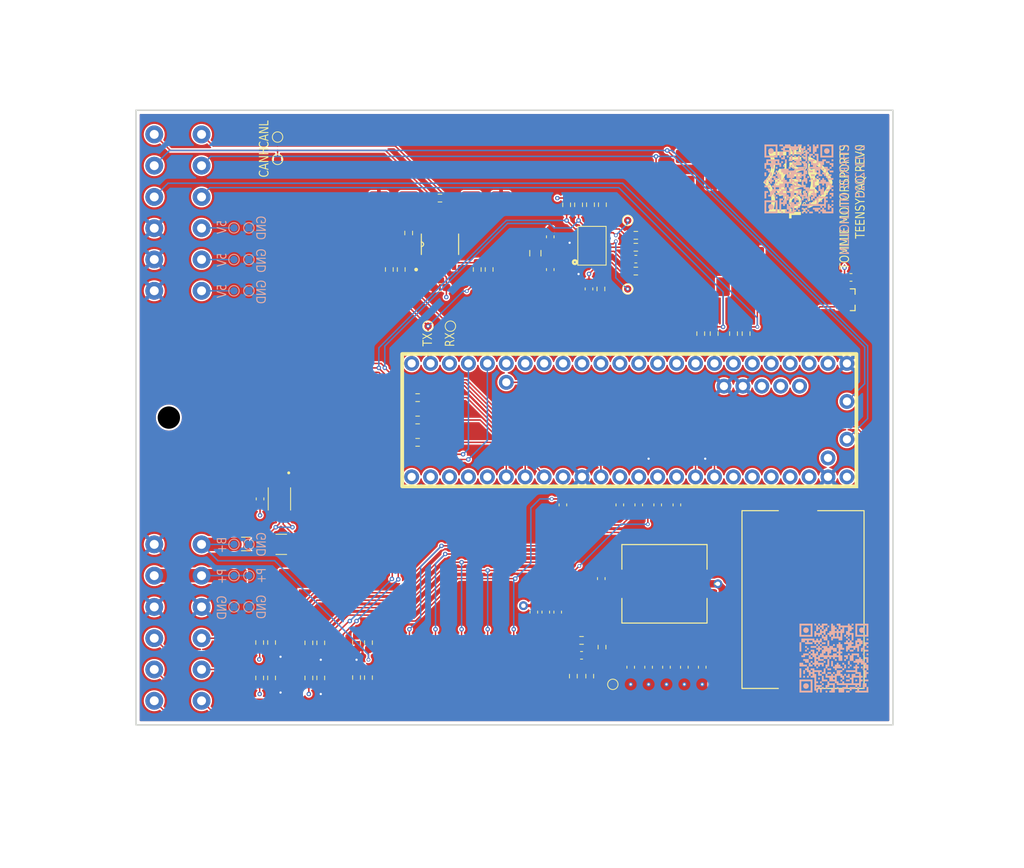
<source format=kicad_pcb>
(kicad_pcb (version 20240108) (generator "pcbnew") (generator_version "8.0")
  (title_block (title "TeensyDAQ") (date "2025-02-11") (rev "0") (company "Tommie Motorsports"))
  (layers (0 "F.Cu" signal) (1 "In1.Cu" signal) (2 "In2.Cu" signal) (31 "B.Cu" mixed) (34 "B.Paste" user) (35 "F.Paste" user) (36 "B.SilkS" user "B.Silkscreen") (37 "F.SilkS" user "F.Silkscreen") (38 "B.Mask" user) (39 "F.Mask" user) (44 "Edge.Cuts" user))
  (net 0 "")
  (net 1 "RTC_BAT+")
  (net 2 "+3V3")
  (net 3 "+5V")
  (net 4 "/Enclosure Connectors/Power_OUT+")
  (net 5 "/Analog/Engine_Thermistor+")
  (net 6 "/Analog/Hall_Signal2")
  (net 7 "/Analog/CVT_Thermistor+")
  (net 8 "/Analog/VDIV1_u")
  (net 9 "/Analog/Thermistor3_u")
  (net 10 "Net-(U102-CAP)")
  (net 11 "/Analog/Hall_Signal1")
  (net 12 "XIN32")
  (net 13 "XOUT32")
  (net 14 "CUR_S_-")
  (net 15 "/Enclosure Connectors/P1")
  (net 16 "/Enclosure Connectors/USB_D+")
  (net 17 "/CAN/CANH")
  (net 18 "/Enclosure Connectors/P2")
  (net 19 "/CAN/CANL")
  (net 20 "ERROR_LED")
  (net 21 "/Analog/VMeas_BATu")
  (net 22 "/Analog/Hall_Signal2_u")
  (net 23 "CUR_S_+")
  (net 24 "Net-(Q100-Pad28)")
  (net 25 "/Enclosure Connectors/USB_D-")
  (net 26 "/Analog/Hall_Signal1_u")
  (net 27 "/CAN/CAN_RXu")
  (net 28 "uLED")
  (net 29 "/CAN/CAN_TXu")
  (net 30 "SD_LED")
  (net 31 "Net-(U100-BOOT)")
  (net 32 "Net-(U100-SW)")
  (net 33 "Net-(C104-Pad2)")
  (net 34 "Net-(U100-FB)")
  (net 35 "Net-(D100-A)")
  (net 36 "Net-(D101-A)")
  (net 37 "Net-(D102-A)")
  (net 38 "/Analog/VDIV1+")
  (net 39 "Net-(Q100-Pad29)")
  (net 40 "/Gyro/I2C_SDA")
  (net 41 "/Gyro/I2C_SCL")
  (net 42 "/Power Biasing/INA226A_ALERT")
  (net 43 "Net-(U102-PIN10)")
  (net 44 "Net-(U102-PIN15)")
  (net 45 "Net-(U102-PIN16)")
  (net 46 "Net-(U102-COM3)")
  (net 47 "Net-(U102-PS0)")
  (net 48 "Net-(U102-PS1)")
  (net 49 "Net-(U100-PG)")
  (net 50 "Net-(U103-D)")
  (net 51 "Net-(U103-R)")
  (net 52 "Net-(U103-RS)")
  (net 56 "GND")
  (net 57 "Net-(U102-NRESET)")
  (net 58 "Net-(U102-INT)")
  (net 86 "/Analog/Magnet_u")
  (net 88 "/Analog/Battery_IN+")
  (footprint "Capacitor_SMD:C_0603_1608Metric_Pad1.08x0.95mm_HandSolder" (layer "F.Cu") (at 153.4 117.4 90)
    (property "Reference" "C102" (hide yes))
    (property "Value" "100n")
  )
  (footprint "Resistor_SMD:R_0603_1608Metric_Pad0.98x0.95mm_HandSolder" (layer "F.Cu") (at 131.2 121.5 -90)
    (property "Reference" "R117" (hide yes))
    (property "Value" "10k")
  )
  (footprint "Capacitor_SMD:C_0603_1608Metric_Pad1.08x0.95mm_HandSolder" (layer "F.Cu") (at 167.48 103 -90)
    (property "Reference" "C111" (hide yes))
    (property "Value" "0.1u")
  )
  (footprint "Resistor_SMD:R_0603_1608Metric_Pad0.98x0.95mm_HandSolder" (layer "F.Cu") (at 136.6 66.4875 -90)
    (property "Reference" "R111" (hide yes))
    (property "Value" "0")
  )
  (footprint "Resistor_SMD:R_0603_1608Metric_Pad0.98x0.95mm_HandSolder" (layer "F.Cu") (at 118.2 126.2375 90)
    (property "Reference" "R122" (hide yes))
    (property "Value" "DNP")
  )
  (footprint "Resistor_SMD:R_0603_1608Metric_Pad0.98x0.95mm_HandSolder" (layer "F.Cu") (at 129.6 126.1875 90)
    (property "Reference" "R141" (hide yes))
    (property "Value" "0")
  )
  (footprint "Resistor_SMD:R_0603_1608Metric_Pad0.98x0.95mm_HandSolder" (layer "F.Cu") (at 129.6 121.5 90)
    (property "Reference" "R118" (hide yes))
    (property "Value" "3k")
  )
  (footprint "Resistor_SMD:R_0603_1608Metric_Pad0.98x0.95mm_HandSolder" (layer "F.Cu") (at 145.8 71.3875 -90)
    (property "Reference" "R110" (hide yes))
    (property "Value" "0")
  )
  (footprint "ATM13-12PA-12PB-BM01:ATM13-12PA-12PB-BM01" (layer "F.Cu") (at 100 50)
    (property "Reference" "J100" (hide yes))
    (property "Value" "~")
  )
  (footprint "IHLP4040DZER3R3M01:IND_IHLP-4040DZ_VIS" (layer "F.Cu") (at 170.9301 113.6 180)
    (property "Reference" "L100" (hide yes))
    (property "Value" "3.3u")
  )
  (footprint "Resistor_SMD:R_0603_1608Metric_Pad0.98x0.95mm_HandSolder" (layer "F.Cu") (at 137.8 91.6 180)
    (property "Reference" "R100" (hide yes))
    (property "Value" "10")
  )
  (footprint "Diode_SMD:D_SMA" (layer "F.Cu") (at 147 61.8)
    (property "Reference" "D106" (hide yes))
    (property "Value" "SMAJ5.0A")
  )
  (footprint "Resistor_SMD:R_0603_1608Metric_Pad0.98x0.95mm_HandSolder" (layer "F.Cu") (at 160.9 126 -90)
    (property "Reference" "R104" (hide yes))
    (property "Value" "20k")
  )
  (footprint "Resistor_SMD:R_0603_1608Metric_Pad0.98x0.95mm_HandSolder" (layer "F.Cu") (at 124.8 121.525 90)
    (property "Reference" "R124" (hide yes))
    (property "Value" "DNP")
  )
  (footprint "Diode_SMD:D_SMA" (layer "F.Cu") (at 140.2 123.8 -90)
    (property "Reference" "D110" (hide yes))
    (property "Value" "SMAJ5.0A")
  )
  (footprint "Capacitor_SMD:C_0603_1608Metric_Pad1.08x0.95mm_HandSolder" (layer "F.Cu") (at 116.65 102.2 90)
    (property "Reference" "C120" (hide yes))
    (property "Value" "0.1u")
  )
  (footprint "Diode_SMD:D_SMA" (layer "F.Cu") (at 175.7 59.7)
    (property "Reference" "D105" (hide yes))
    (property "Value" "SMAJ5.0A")
  )
  (footprint "Resistor_SMD:R_0603_1608Metric_Pad0.98x0.95mm_HandSolder" (layer "F.Cu") (at 159.8 121.2 180)
    (property "Reference" "R106" (hide yes))
    (property "Value" "10k")
  )
  (footprint "TestPoint:TestPoint_Pad_D1.0mm" (layer "F.Cu") (at 119 56.6)
    (property "Reference" "CANH")
    (property "Value" "TestPoint")
  )
  (footprint "Diode_SMD:D_SMA" (layer "F.Cu") (at 134.6 61.8 180)
    (property "Reference" "D107" (hide yes))
    (property "Value" "SMAJ5.0A")
  )
  (footprint "ABS07_32_768KHZ_T:XTAL_ABS07-32.768KHZ-T" (layer "F.Cu") (at 153.6 69.2 90)
    (property "Reference" "Y100" (hide yes))
    (property "Value" "ABS07-32.768KHZ-T")
  )
  (footprint "Resistor_SMD:R_0603_1608Metric_Pad0.98x0.95mm_HandSolder" (layer "F.Cu") (at 162.5498 122.1 -90)
    (property "Reference" "R103" (hide yes))
    (property "Value" "100k")
  )
  (footprint "Resistor_SMD:R_0603_1608Metric_Pad0.98x0.95mm_HandSolder" (layer "F.Cu") (at 134 71.3875 -90)
    (property "Reference" "R109" (hide yes))
    (property "Value" "0")
  )
  (footprint "Capacitor_SMD:C_0603_1608Metric_Pad1.08x0.95mm_HandSolder" (layer "F.Cu") (at 160.8 74 90)
    (property "Reference" "C116" (hide yes))
    (property "Value" "100n")
  )
  (footprint "Logos:TMS_Logo_10mmx9.8mm" (layer "F.Cu") (at 188.75 59.6 90)
    (property "Reference" "G***" (hide yes))
    (property "Value" "LOGO" (hide yes))
  )
  (footprint "Resistor_SMD:R_0603_1608Metric_Pad0.98x0.95mm_HandSolder" (layer "F.Cu") (at 157.8 62.7 90)
    (property "Reference" "R128" (hide yes))
    (property "Value" "10k")
  )
  (footprint "Resistor_SMD:R_0603_1608Metric_Pad0.98x0.95mm_HandSolder" (layer "F.Cu") (at 137.8 88.6 180)
    (property "Reference" "R101" (hide yes))
    (property "Value" "10")
  )
  (footprint "Resistor_SMD:R_0603_1608Metric_Pad0.98x0.95mm_HandSolder" (layer "F.Cu") (at 158.7 126 -90)
    (property "Reference" "R105" (hide yes))
    (property "Value" "73.2k")
  )
  (footprint "TestPoint:TestPoint_Pad_D1.0mm" (layer "F.Cu") (at 119 53.6)
    (property "Reference" "CANL")
    (property "Value" "TestPoint")
  )
  (footprint "Resistor_SMD:R_0603_1608Metric_Pad0.98x0.95mm_HandSolder" (layer "F.Cu") (at 131.2 126.2 90)
    (property "Reference" "R140" (hide yes))
    (property "Value" "0")
  )
  (footprint "Diode_SMD:D_SMA" (layer "F.Cu") (at 147.2 123.8 -90)
    (property "Reference" "D111" (hide yes))
    (property "Value" "SMAJ5.0A")
  )
  (footprint "Resistor_SMD:R_0603_1608Metric_Pad0.98x0.95mm_HandSolder" (layer "F.Cu") (at 135.6 71.3875 -90)
    (property "Reference" "R107" (hide yes))
    (property "Value" "0")
  )
  (footprint "Capacitor_SMD:C_0603_1608Metric_Pad1.08x0.95mm_HandSolder" (layer "F.Cu") (at 166.4 124.8 -90)
    (property "Reference" "C109" (hide yes))
    (property "Value" "10u")
  )
  (footprint "Capacitor_SMD:C_0603_1608Metric_Pad1.08x0.95mm_HandSolder" (layer "F.Cu") (at 172.6 103 -90)
    (property "Reference" "C112" (hide yes))
    (property "Value" "0.1u")
  )
  (footprint "3034:3034_KEY" (layer "F.Cu") (at 189.5269 115.7145 -90)
    (property "Reference" "B100" (hide yes))
    (property "Value" "3034")
  )
  (footprint "Capacitor_SMD:C_0603_1608Metric_Pad1.08x0.95mm_HandSolder" (layer "F.Cu") (at 170.02 103 -90)
    (property "Reference" "C113" (hide yes))
    (property "Value" "0.1u")
  )
  (footprint "Resistor_SMD:R_0603_1608Metric_Pad0.98x0.95mm_HandSolder" (layer "F.Cu") (at 180.2 80 -90)
    (property "Reference" "R114" (hide yes))
    (property "Value" "15k")
  )
  (footprint "Capacitor_SMD:C_0603_1608Metric_Pad1.08x0.95mm_HandSolder" (layer "F.Cu") (at 168.8 124.8 -90)
    (property "Reference" "C108" (hide yes))
    (property "Value" "10u")
  )
  (footprint "Resistor_SMD:R_0603_1608Metric_Pad0.98x0.95mm_HandSolder" (layer "F.Cu") (at 161 62.6875 90)
    (property "Reference" "R133" (hide yes))
    (property "Value" "10k")
  )
  (footprint "Capacitor_SMD:C_0603_1608Metric_Pad1.08x0.95mm_HandSolder" (layer "F.Cu") (at 155 117.4 90)
    (property "Reference" "C101" (hide yes))
    (property "Value" "10u")
  )
  (footprint "BNO055:LGA28R50P4X10_380X520X100" (layer "F.Cu") (at 161.2 68.2 90)
    (property "Reference" "U102" (hide yes))
    (property "Value" "BNO055")
  )
  (footprint "Resistor_SMD:R_0603_1608Metric_Pad0.98x0.95mm_HandSolder" (layer "F.Cu") (at 162.6 62.6875 90)
    (property "Reference" "R132" (hide yes))
    (property "Value" "0")
  )
  (footprint "Fuse:Fuse_1206_3216Metric" (layer "F.Cu") (at 114.75 108.25)
    (property "Reference" "F100" (hide yes))
    (property "Value" "Fuse")
  )
  (footprint "DRV5032:DBZ0003A-IPC_A" (layer "F.Cu") (at 195.864645 75.450001)
    (property "Reference" "U104" (hide yes))
    (property "Value" "DRV5032FBDBZR")
  )
  (footprint "Capacitor_SMD:C_0603_1608Metric_Pad1.08x0.95mm_HandSolder" (layer "F.Cu") (at 171.2 124.8 -90)
    (property "Reference" "C107" (hide yes))
    (property "Value" "10u")
  )
  (footprint "Resistor_SMD:R_0603_1608Metric_Pad0.98x0.95mm_HandSolder" (layer "F.Cu") (at 123.2 121.525 -90)
    (property "Reference" "R123" (hide yes))
    (property "Value" "DNP")
  )
  (footprint "Diode_SMD:D_SMA" (layer "F.Cu") (at 178.8 71.7 90)
    (property "Reference" "D104" (hide yes))
    (property "Value" "SMAJ5.0A")
  )
  (footprint "Resistor_SMD:R_0603_1608Metric_Pad0.98x0.95mm_HandSolder" (layer "F.Cu") (at 137.8 94.6 180)
    (property "Reference" "R102" (hide yes))
    (property "Value" "10")
  )
  (footprint "Capacitor_SMD:C_0603_1608Metric_Pad1.08x0.95mm_HandSolder" (layer "F.Cu") (at 167.0875 70)
    (property "Reference" "C117" (hide yes))
    (property "Value" "100n")
  )
  (footprint "Capacitor_SMD:C_0603_1608Metric_Pad1.08x0.95mm_HandSolder" (layer "F.Cu") (at 162.4502 112.9 -90)
    (property "Reference" "C103" (hide yes))
    (property "Value" "0.1u")
  )
  (footprint "Resistor_SMD:R_0603_1608Metric_Pad0.98x0.95mm_HandSolder" (layer "F.Cu") (at 116.6 126.2375 -90)
    (property "Reference" "R121" (hide yes))
    (property "Value" "100k")
  )
  (footprint "Resistor_SMD:R_0603_1608Metric_Pad0.98x0.95mm_HandSolder" (layer "F.Cu") (at 118.2 121.4875 90)
    (property "Reference" "R120" (hide yes))
    (property "Value" "DNP")
  )
  (footprint "Capacitor_SMD:C_0603_1608Metric_Pad1.08x0.95mm_HandSolder" (layer "F.Cu") (at 159.8 123.2)
    (property "Reference" "C104" (hide yes))
    (property "Value" "100p")
  )
  (footprint "Diode_SMD:D_SMA" (layer "F.Cu") (at 143.7 123.8 -90)
    (property "Reference" "D112" (hide yes))
    (property "Value" "SMAJ5.0A")
  )
  (footprint "Capacitor_SMD:C_0603_1608Metric_Pad1.08x0.95mm_HandSolder" (layer "F.Cu") (at 173.6 124.8 -90)
    (property "Reference" "C106" (hide yes))
    (property "Value" "10u")
  )
  (footprint "Resistor_SMD:R_0603_1608Metric_Pad0.98x0.95mm_HandSolder" (layer "F.Cu") (at 162.4 74 -90)
    (property "Reference" "R135" (hide yes))
    (property "Value" "10k")
  )
  (footprint "Resistor_SMD:R_0603_1608Metric_Pad0.98x0.95mm_HandSolder" (layer "F.Cu") (at 147.4 71.3875 -90)
    (property "Reference" "R108" (hide yes))
    (property "Value" "0")
  )
  (footprint "Capacitor_SMD:C_0603_1608Metric_Pad1.08x0.95mm_HandSolder" (layer "F.Cu") (at 140.8 73.8 180)
    (property "Reference" "C114" (hide yes))
    (property "Value" "0.1u")
  )
  (footprint "TestPoint:TestPoint_Pad_D1.0mm" (layer "F.Cu") (at 142.2 79)
    (property "Reference" "RX")
    (property "Value" "TestPoint")
  )
  (footprint "LED_SMD:LED_0603_1608Metric_Pad1.05x0.95mm_HandSolder" (layer "F.Cu") (at 128 88.62)
    (property "Reference" "D101" (hide yes))
    (property "Value" "LED")
  )
  (footprint "Resistor_SMD:R_1210_3225Metric_Pad1.30x2.65mm_HandSolder" (layer "F.Cu") (at 119.5 108.3)
    (property "Reference" "R127" (hide yes))
    (property "Value" "0.1")
  )
  (footprint "Resistor_SMD:R_0603_1608Metric_Pad0.98x0.95mm_HandSolder" (layer "F.Cu") (at 175.8 80 -90)
    (property "Reference" "R116" (hide yes))
    (property "Value" "15k")
  )
  (footprint "Resistor_SMD:R_0603_1608Metric_Pad0.98x0.95mm_HandSolder" (layer "F.Cu") (at 159.4 62.7 90)
    (property "Reference" "R129" (hide yes))
    (property "Value" "10k")
  )
  (footprint "Resistor_SMD:R_0603_1608Metric_Pad0.98x0.95mm_HandSolder" (layer "F.Cu") (at 140.8 61.8 180)
    (property "Reference" "R112" (hide yes))
    (property "Value" "120")
  )
  (footprint "Resistor_SMD:R_0603_1608Metric_Pad0.98x0.95mm_HandSolder" (layer "F.Cu") (at 167.0875 71.6)
    (property "Reference" "R134" (hide yes))
    (property "Value" "10k")
  )
  (footprint "Diode_SMD:D_SMA" (layer "F.Cu") (at 175.7 56.2)
    (property "Reference" "D108" (hide yes))
    (property "Value" "SMAJ5.0A")
  )
  (footprint "LED_SMD:LED_0603_1608Metric_Pad1.05x0.95mm_HandSolder" (layer "F.Cu") (at 128 94.62)
    (property "Reference" "D100" (hide yes))
    (property "Value" "LED")
  )
  (footprint "SN65HVD230DR:D8" (layer "F.Cu") (at 140.8 68 90)
    (property "Reference" "U103" (hide yes))
    (property "Value" "SN65HVD230DR")
  )
  (footprint "Capacitor_SMD:C_0603_1608Metric_Pad1.08x0.95mm_HandSolder" (layer "F.Cu") (at 176 124.8 -90)
    (property "Reference" "C105" (hide yes))
    (property "Value" "10u")
  )
  (footprint "Resistor_SMD:R_0603_1608Metric_Pad0.98x0.95mm_HandSolder" (layer "F.Cu") (at 116.6 121.4875 -90)
    (property "Reference" "R119" (hide yes))
    (property "Value" "100k")
  )
  (footprint "LED_SMD:LED_0603_1608Metric_Pad1.05x0.95mm_HandSolder" (layer "F.Cu") (at 128 91.62)
    (property "Reference" "D102" (hide yes))
    (property "Value" "LED")
  )
  (footprint "Diode_SMD:D_SMA" (layer "F.Cu") (at 183.4 71.6 90)
    (property "Reference" "D109" (hide yes))
    (property "Value" "SMAJ5.0A")
  )
  (footprint "Resistor_SMD:R_0603_1608Metric_Pad0.98x0.95mm_HandSolder" (layer "F.Cu") (at 167.0875 68.4)
    (property "Reference" "R130" (hide yes))
    (property "Value" "0")
  )
  (footprint "Diode_SMD:D_SMA" (layer "F.Cu") (at 136.7 123.8 -90)
    (property "Reference" "D113" (hide yes))
    (property "Value" "SMAJ5.0A")
  )
  (footprint "Capacitor_SMD:C_0603_1608Metric_Pad1.08x0.95mm_HandSolder" (layer "F.Cu") (at 155.6 67 -90)
    (property "Reference" "C119" (hide yes))
    (property "Value" "22p")
  )
  (footprint "TPS56637RPAR:RPA0010A" (layer "F.Cu") (at 161.000199 117.369999 90)
    (property "Reference" "U100" (hide yes))
    (property "Value" "TPS56637RPAR")
  )
  (footprint "Diode_SMD:D_SMA" (layer "F.Cu") (at 150.7 123.8 -90)
    (property "Reference" "D115" (hide yes))
    (property "Value" "SMAJ5.0A")
  )
  (footprint "Capacitor_SMD:C_0603_1608Metric_Pad1.08x0.95mm_HandSolder" (layer "F.Cu") (at 164.94 103 -90)
    (property "Reference" "C110" (hide yes))
    (property "Value" "0.1u")
  )
  (footprint "Capacitor_SMD:C_0603_1608Metric_Pad1.08x0.95mm_HandSolder" (layer "F.Cu") (at 157.3 103 -90)
    (property "Reference" "C115" (hide yes))
    (property "Value" "0.1u")
  )
  (footprint "Capacitor_SMD:C_0603_1608Metric_Pad1.08x0.95mm_HandSolder" (layer "F.Cu") (at 195.9625 72.450001)
    (property "Reference" "C121" (hide yes))
    (property "Value" "0.1u")
  )
  (footprint "Resistor_SMD:R_0603_1608Metric_Pad0.98x0.95mm_HandSolder" (layer "F.Cu") (at 181.8875 80 90)
    (property "Reference" "R113" (hide yes))
    (property "Value" "10k")
  )
  (footprint "Capacitor_SMD:C_0603_1608Metric_Pad1.08x0.95mm_HandSolder" (layer "F.Cu") (at 156.6 117.4 90)
    (property "Reference" "C100" (hide yes))
    (property "Value" "10u")
  )
  (footprint "Diode_SMD:D_SMC" (layer "F.Cu") (at 117 113.25)
    (property "Reference" "D103" (hide yes))
    (property "Value" "B340")
  )
  (footprint "Resistor_SMD:R_0603_1608Metric_Pad0.98x0.95mm_HandSolder" (layer "F.Cu") (at 167.0875 66.8)
    (property "Reference" "R131" (hide yes))
    (property "Value" "0")
  )
  (footprint "TestPoint:TestPoint_Pad_D1.0mm" (layer "F.Cu") (at 166 74)
    (property "Reference" "TP100" (hide yes))
    (property "Value" "TestPoint")
  )
  (footprint "Resistor_SMD:R_0603_1608Metric_Pad0.98x0.95mm_HandSolder" (layer "F.Cu") (at 177.6 80 90)
    (property "Reference" "R115" (hide yes))
    (property "Value" "10k")
  )
  (footprint "TestPoint:TestPoint_Pad_D1.0mm" (layer "F.Cu") (at 166 64.8)
    (property "Reference" "TP101" (hide yes))
    (property "Value" "TestPoint")
  )
  (footprint "Resistor_SMD:R_0603_1608Metric_Pad0.98x0.95mm_HandSolder" (layer "F.Cu") (at 124.8 126.2375 90)
    (property "Reference" "R126" (hide yes))
    (property "Value" "DNP")
  )
  (footprint "Teensy4_1:Teensy4_1" (layer "F.Cu") (at 196.69 100.51 180)
    (property "Reference" "Q100" (hide yes))
    (property "Value" "~")
  )
  (footprint "Resistor_SMD:R_0603_1608Metric_Pad0.98x0.95mm_HandSolder" (layer "F.Cu") (at 123.2 126.2375 -90)
    (property "Reference" "R125" (hide yes))
    (property "Value" "DNP")
  )
  (footprint "TestPoint:TestPoint_Pad_D1.0mm" (layer "F.Cu") (at 164 127.1)
    (property "Reference" "5V103" (hide yes))
    (property "Value" "TestPoint" (hide yes))
  )
  (footprint "INA226AIDGSR:INA226AIDGSR" (layer "F.Cu") (at 119.25 102.2 -90)
    (property "Reference" "U101" (hide yes))
    (property "Value" "INA226AIDGSR")
  )
  (footprint "Capacitor_SMD:C_0603_1608Metric_Pad1.08x0.95mm_HandSolder" (layer "F.Cu") (at 155.6 71.4 -90)
    (property "Reference" "C118" (hide yes))
    (property "Value" "22p")
  )
  (footprint "TestPoint:TestPoint_Pad_D1.0mm" (layer "F.Cu") (at 139.2 79)
    (property "Reference" "TX")
    (property "Value" "TestPoint")
  )
  (footprint "TestPoint:TestPoint_Pad_D1.0mm" (layer "B.Cu") (at 115.15 65.8 180)
    (property "Reference" "GND")
    (property "Value" "TestPoint")
  )
  (footprint "TestPoint:TestPoint_Pad_D1.0mm" (layer "B.Cu") (at 113.15 65.8 180)
    (property "Reference" "5V")
    (property "Value" "TestPoint")
  )
  (footprint "TestPoint:TestPoint_Pad_D1.0mm" (layer "B.Cu") (at 115.15 70.05 180)
    (property "Reference" "GND")
    (property "Value" "TestPoint")
  )
  (footprint "TestPoint:TestPoint_Pad_D1.0mm" (layer "B.Cu") (at 113.15 70.05 180)
    (property "Reference" "5V")
    (property "Value" "TestPoint")
  )
  (footprint "TestPoint:TestPoint_Pad_D1.0mm" (layer "B.Cu") (at 113.15 116.7 180)
    (property "Reference" "GND")
    (property "Value" "TestPoint")
  )
  (footprint "TestPoint:TestPoint_Pad_D1.0mm" (layer "B.Cu") (at 115.15 112.5 180)
    (property "Reference" "P+")
    (property "Value" "TestPoint")
  )
  (footprint "TestPoint:TestPoint_Pad_D1.0mm" (layer "B.Cu") (at 115.15 116.7 180)
    (property "Reference" "GND")
    (property "Value" "TestPoint")
  )
  (footprint "TestPoint:TestPoint_Pad_D1.0mm" (layer "B.Cu") (at 113.15 74.25 180)
    (property "Reference" "5V")
    (property "Value" "TestPoint")
  )
  (footprint "TestPoint:TestPoint_Pad_D1.0mm" (layer "B.Cu") (at 113.15 108.3 180)
    (property "Reference" "B+")
    (property "Value" "TestPoint")
  )
  (footprint "qr:TeensyDAQ_Hardware_QR" (layer "B.Cu") (at 189 59.25 -90)
    (property "Reference" "G***" (hide yes))
    (property "Value" "LOGO" (hide yes))
  )
  (footprint "qr:texas" (layer "B.Cu") (at 193.7 123.6 -90)
    (property "Reference" "G***" (hide yes))
    (property "Value" "LOGO" (hide yes))
  )
  (footprint "TestPoint:TestPoint_Pad_D1.0mm" (layer "B.Cu") (at 115.15 74.25 180)
    (property "Reference" "GND")
    (property "Value" "TestPoint")
  )
  (footprint "TestPoint:TestPoint_Pad_D1.0mm" (layer "B.Cu") (at 113.15 112.5 180)
    (property "Reference" "P+")
    (property "Value" "TestPoint")
  )
  (footprint "TestPoint:TestPoint_Pad_D1.0mm" (layer "B.Cu") (at 115.15 108.3 180)
    (property "Reference" "GND")
    (property "Value" "TestPoint")
  )
  (gr_poly (pts (xy 158.4 128.3) (xy 158.2 128.1) (xy 158.2 126.6) (xy 158.4 126.4) (xy 161.3 126.4) (xy 162 125.7) (xy 162 122.7) (xy 162.2 122.5) (xy 162.9 122.5) (xy 163.1 122.7) (xy 163.1 123.5) (xy 164.7 125.1) (xy 176.4 125.1) (xy 176.6 125.3) (xy 176.6 128.1) (xy 176.4 128.3)) (stroke (width 0.2)) (fill solid) (layer "F.Cu") (net 3))
  (gr_circle (center 137.6 71.4) (end 137.8 71.4) (stroke (width 0.1)) (fill solid) (layer "F.SilkS"))
  (gr_rect (start 100 50) (end 201.6 132.55) (stroke (width 0.2)) (fill none) (layer "Edge.Cuts"))
  (gr_text "CHARLIE MILLHOLLIN\n2-11-2025" (at 198 54.6 90) (layer "B.SilkS") (effects (font (size 1.25 1) (thickness 0.1)) (justify left bottom mirror)))
  (gr_text "TOMMIE MOTORSPORTS\nTEENSYDAQ REV0" (at 198 54.6 90) (layer "F.SilkS") (effects (font (size 1.25 1) (thickness 0.1)) (justify right bottom)))
  (segment (start 198.3 94.2) (end 196.6 92.5) (width 0.2) (layer "F.Cu") (net 1))
  (segment (start 193.9 121.6538) (end 193.9 109.7752) (width 0.2) (layer "F.Cu") (net 1))
  (segment (start 151.64 86.54) (end 149.7 86.54) (width 0.2) (layer "F.Cu") (net 1))
  (segment (start 193.9 109.7752) (end 188.8538 104.729) (width 0.2) (layer "F.Cu") (net 1))
  (segment (start 188.8538 126.7) (end 193.9 121.6538) (width 0.2) (layer "F.Cu") (net 1))
  (segment (start 188.8538 104.729) (end 196.071 104.729) (width 0.2) (layer "F.Cu") (net 1))
  (segment (start 157.6 92.5) (end 151.64 86.54) (width 0.2) (layer "F.Cu") (net 1))
  (segment (start 198.3 102.5) (end 198.3 94.2) (width 0.2) (layer "F.Cu") (net 1))
  (segment (start 196.6 92.5) (end 157.6 92.5) (width 0.2) (layer "F.Cu") (net 1))
  (segment (start 196.071 104.729) (end 198.3 102.5) (width 0.2) (layer "F.Cu") (net 1))
  (segment (start 156.5625 61.7875) (end 156.55 61.8) (width 0.2) (layer "F.Cu") (net 2))
  (segment (start 160.8 71.98125) (end 161.45 71.33125) (width 0.2) (layer "F.Cu") (net 2))
  (segment (start 157.8 61.7875) (end 156.5625 61.7875) (width 0.2) (layer "F.Cu") (net 2))
  (segment (start 141.6625 73.8) (end 141.6625 72.4275) (width 0.2) (layer "F.Cu") (net 2))
  (segment (start 195.1 72.450001) (end 195.1 71.150001) (width 0.2) (layer "F.Cu") (net 2))
  (segment (start 141.435 72.2) (end 141.435 70.4638) (width 0.2) (layer "F.Cu") (net 2))
  (segment (start 194.92929 72.720711) (end 194.92929 74.5) (width 0.2) (layer "F.Cu") (net 2))
  (segment (start 116.6 122.4) (end 116.6 123.7) (width 0.2) (layer "F.Cu") (net 2))
  (segment (start 161.45 71.33125) (end 161.45 70.5125) (width 0.2) (layer "F.Cu") (net 2))
  (segment (start 160.8 71.98125) (end 160.890625 71.890625) (width 0.2) (layer "F.Cu") (net 2))
  (segment (start 141.6625 73.8) (end 141.6625 75.0875) (width 0.2) (layer "F.Cu") (net 2))
  (segment (start 159.4 61.7875) (end 157.8 61.7875) (width 0.2) (layer "F.Cu") (net 2))
  (segment (start 160.95 70.5125) (end 160.95 70.05) (width 0.2) (layer "F.Cu") (net 2))
  (segment (start 141.6625 75.0875) (end 141.65 75.1) (width 0.2) (layer "F.Cu") (net 2))
  (segment (start 141.6625 72.4275) (end 141.435 72.2) (width 0.2) (layer "F.Cu") (net 2))
  (segment (start 123.2 127.15) (end 123.2 128.4) (width 0.2) (layer "F.Cu") (net 2))
  (segment (start 195.1 70.8) (end 195.1 70.9) (width 0.2) (layer "F.Cu") (net 2))
  (segment (start 195.1 70.9) (end 194.92929 71.07071) (width 0.2) (layer "F.Cu") (net 2))
  (segment (start 116.9625 103.0625) (end 118.25 104.35) (width 0.2) (layer "F.Cu") (net 2))
  (segment (start 161.45 70.5125) (end 160.95 70.5125) (width 0.2) (layer "F.Cu") (net 2))
  (segment (start 160.95 70.05) (end 160.85 69.95) (width 0.2) (layer "F.Cu") (net 2))
  (segment (start 160.85 69.95) (end 159.6375 69.95) (width 0.2) (layer "F.Cu") (net 2))
  (segment (start 116.6 123.7) (end 116.55 123.75) (width 0.2) (layer "F.Cu") (net 2))
  (segment (start 116.6 127.15) (end 116.6 128.4) (width 0.2) (layer "F.Cu") (net 2))
  (segment (start 160.8 73.1375) (end 160.8 71.98125) (width 0.2) (layer "F.Cu") (net 2))
  (segment (start 116.65 103.0625) (end 116.65 104.4) (width 0.2) (layer "F.Cu") (net 2))
  (via (at 160.8 71.98125) (size 0.6) (drill 0.3) (layers "F.Cu" "B.Cu") (net 2))
  (via (at 195.1 71.150001) (size 0.6) (drill 0.3) (layers "F.Cu" "B.Cu") (net 2))
  (via (at 141.65 75.1) (size 0.6) (drill 0.3) (layers "F.Cu" "B.Cu") (net 2))
  (via (at 156.55 61.8) (size 0.6) (drill 0.3) (layers "F.Cu" "B.Cu") (net 2))
  (via (at 116.6 128.4) (size 0.6) (drill 0.3) (layers "F.Cu" "B.Cu") (net 2))
  (via (at 123.2 128.4) (size 0.6) (drill 0.3) (layers "F.Cu" "B.Cu") (net 2))
  (via (at 116.65 104.4) (size 0.6) (drill 0.3) (layers "F.Cu" "B.Cu") (net 2))
  (via (at 116.55 123.75) (size 0.6) (drill 0.3) (layers "F.Cu" "B.Cu") (net 2))
  (segment (start 168.8 126.8) (end 168.8 127.1) (width 0.2) (layer "F.Cu") (net 3))
  (segment (start 178.1 113.6) (end 178.7 114.2) (width 1) (layer "F.Cu") (net 3))
  (segment (start 158.7 126.9125) (end 160.9 126.9125) (width 0.2) (layer "F.Cu") (net 3))
  (segment (start 178.1 113.6) (end 175.21 113.6) (width 1) (layer "F.Cu") (net 3))
  (segment (start 167.4 125.4) (end 168.8 126.8) (width 0.2) (layer "F.Cu") (net 3))
  (segment (start 167.4 126.1) (end 166.4 127.1) (width 0.2) (layer "F.Cu") (net 3))
  (segment (start 167.4 125.4) (end 174.4 125.4) (width 0.2) (layer "F.Cu") (net 3))
  (segment (start 174.3 125.4) (end 176 127.1) (width 0.2) (layer "F.Cu") (net 3))
  (segment (start 169.5 125.4) (end 171.2 127.1) (width 0.2) (layer "F.Cu") (net 3))
  (segment (start 178.7 114.2) (end 178.7 124.1) (width 1) (layer "F.Cu") (net 3))
  (segment (start 178.7 124.1) (end 177.1375 125.6625) (width 1) (layer "F.Cu") (net 3))
  (segment (start 167.4 125.4) (end 169.5 125.4) (width 0.2) (layer "F.Cu") (net 3))
  (segment (start 171.9 125.4) (end 173.6 127.1) (width 0.2) (layer "F.Cu") (net 3))
  (segment (start 167.4 125.4) (end 174.3 125.4) (width 0.2) (layer "F.Cu") (net 3))
  (segment (start 177.1375 125.6625) (end 176 125.6625) (width 1) (layer "F.Cu") (net 3))
  (segment (start 167.4 125.4) (end 167.4 126.1) (width 0.2) (layer "F.Cu") (net 3))
  (segment (start 167.4 125.4) (end 171.9 125.4) (width 0.2) (layer "F.Cu") (net 3))
  (via (at 168.8 127.1) (size 0.6) (drill 0.3) (layers "F.Cu" "B.Cu") (net 3))
  (via (at 166.4 127.1) (size 0.6) (drill 0.3) (layers "F.Cu" "B.Cu") (net 3))
  (via (at 173.6 127.1) (size 0.6) (drill 0.3) (layers "F.Cu" "B.Cu") (net 3))
  (via (at 176 127.1) (size 0.6) (drill 0.3) (layers "F.Cu" "B.Cu") (net 3))
  (via (at 178.1 113.6) (size 1.2) (drill 0.6) (layers "F.Cu" "B.Cu") (net 3))
  (via (at 171.2 127.1) (size 0.6) (drill 0.3) (layers "F.Cu" "B.Cu") (net 3))
  (segment (start 113.15 74.25) (end 108.805 74.25) (width 0.2) (layer "B.Cu") (net 3))
  (segment (start 108.845 65.8) (end 108.8 65.845) (width 0.2) (layer "B.Cu") (net 3))
  (segment (start 113.15 65.8) (end 108.845 65.8) (width 0.2) (layer "B.Cu") (net 3))
  (segment (start 113.15 70.05) (end 108.805 70.05) (width 0.2) (layer "B.Cu") (net 3))
  (segment (start 108.805 70.05) (end 108.8 70.045) (width 0.2) (layer "B.Cu") (net 3))
  (segment (start 108.805 74.25) (end 108.8 74.245) (width 0.2) (layer "B.Cu") (net 3))
  (segment (start 108.8 112.505) (end 112.855 112.505) (width 1.8) (layer "F.Cu") (net 4))
  (segment (start 153.4 116.5375) (end 155 116.5375) (width 0.4) (layer "F.Cu") (net 4))
  (segment (start 152 116.5375) (end 153.4 116.5375) (width 0.4) (layer "F.Cu") (net 4))
  (segment (start 155 116.5375) (end 156.6 116.5375) (width 0.4) (layer "F.Cu") (net 4))
  (segment (start 159.825199 116.4) (end 159.825199 116.444265) (width 0.2) (layer "F.Cu") (net 4))
  (segment (start 156.6 116.5375) (end 156.7375 116.4) (width 0.2) (layer "F.Cu") (net 4))
  (segment (start 102.45 112.505) (end 108.8 112.505) (width 1.8) (layer "F.Cu") (net 4))
  (segment (start 112.855 112.505) (end 113.6 113.25) (width 0.2) (layer "F.Cu") (net 4))
  (segment (start 156.7375 116.4) (end 159.825199 116.4) (width 0.4) (layer "F.Cu") (net 4))
  (via (at 152 116.5375) (size 1.2) (drill 0.6) (layers "F.Cu" "B.Cu") (net 4))
  (segment (start 115.15 112.5) (end 113.15 112.5) (width 0.2) (layer "B.Cu") (net 4))
  (segment (start 113.15 112.5) (end 108.805 112.5) (width 0.2) (layer "B.Cu") (net 4))
  (segment (start 108.805 112.5) (end 108.8 112.505) (width 0.2) (layer "B.Cu") (net 4))
  (segment (start 163.8625 102.1375) (end 164.94 102.1375) (width 0.2) (layer "F.Cu") (net 5))
  (segment (start 110.825 120.575) (end 110.495 120.905) (width 0.2) (layer "F.Cu") (net 5))
  (segment (start 116.6 120.525) (end 116.675 120.6) (width 0.2) (layer "F.Cu") (net 5))
  (segment (start 136.7 121.8) (end 136.7 119.7) (width 0.2) (layer "F.Cu") (net 5))
  (segment (start 116.675 120.6) (end 118.125 120.6) (width 0.2) (layer "F.Cu") (net 5))
  (segment (start 157.5 108.5) (end 163.8625 102.1375) (width 0.2) (layer "F.Cu") (net 5))
  (segment (start 116.6 120.575) (end 110.825 120.575) (width 0.2) (layer "F.Cu") (net 5))
  (segment (start 134.7 114.8) (end 141 108.5) (width 0.2) (layer "F.Cu") (net 5))
  (segment (start 141 108.5) (end 157.5 108.5) (width 0.2) (layer "F.Cu") (net 5))
  (segment (start 118.2 120.5) (end 123.9 114.8) (width 0.2) (layer "F.Cu") (net 5))
  (segment (start 110.495 120.905) (end 108.8 120.905) (width 0.2) (layer "F.Cu") (net 5))
  (segment (start 123.9 114.8) (end 134.7 114.8) (width 0.2) (layer "F.Cu") (net 5))
  (segment (start 118.125 120.6) (end 118.2 120.525) (width 0.2) (layer "F.Cu") (net 5))
  (segment (start 164.94 102.1375) (end 164.94 99.24) (width 0.2) (layer "F.Cu") (net 5))
  (segment (start 118.2 120.575) (end 118.2 120.5) (width 0.2) (layer "F.Cu") (net 5))
  (via (at 141 108.5) (size 0.6) (drill 0.3) (layers "F.Cu" "B.Cu") (net 5))
  (via (at 136.7 119.7) (size 0.6) (drill 0.3) (layers "F.Cu" "B.Cu") (net 5))
  (segment (start 138.2 118.2) (end 138.2 111.3) (width 0.2) (layer "B.Cu") (net 5))
  (segment (start 138.2 111.3) (end 141 108.5) (width 0.2) (layer "B.Cu") (net 5))
  (segment (start 108.805 120.9) (end 108.8 120.905) (width 0.2) (layer "B.Cu") (net 5))
  (segment (start 136.7 119.7) (end 138.2 118.2) (width 0.2) (layer "B.Cu") (net 5))
  (segment (start 178.8 79.1) (end 178.8 73.7) (width 0.2) (layer "F.Cu") (net 6))
  (segment (start 177.6 79.0875) (end 178.7875 79.0875) (width 0.2) (layer "F.Cu") (net 6))
  (segment (start 178.7875 79.0875) (end 178.8 79.1) (width 0.2) (layer "F.Cu") (net 6))
  (via (at 178.8 79.1) (size 0.6) (drill 0.3) (layers "F.Cu" "B.Cu") (net 6))
  (segment (start 178.8 74.4) (end 164.8 60.4) (width 0.2) (layer "B.Cu") (net 6))
  (segment (start 108.805 61.65) (end 108.8 61.645) (width 0.2) (layer "B.Cu") (net 6))
  (segment (start 164.8 60.4) (end 109.9225 60.4) (width 0.2) (layer "B.Cu") (net 6))
  (segment (start 109.9225 60.4) (end 108.8 61.5225) (width 0.2) (layer "B.Cu") (net 6))
  (segment (start 178.8 79.1) (end 178.8 74.4) (width 0.2) (layer "B.Cu") (net 6))
  (segment (start 108.8 61.5225) (end 108.8 61.645) (width 0.2) (layer "B.Cu") (net 6))
  (segment (start 167.48 102.1375) (end 167.48 99.24) (width 0.2) (layer "F.Cu") (net 7))
  (segment (start 167.48 102.22) (end 166.2 103.5) (width 0.2) (layer "F.Cu") (net 7))
  (segment (start 165.2 105.7) (end 162 105.7) (width 0.2) (layer "F.Cu") (net 7))
  (segment (start 140.2 121.8) (end 140.2 119.7) (width 0.2) (layer "F.Cu") (net 7))
  (segment (start 162 105.7) (end 158.1 109.6) (width 0.2) (layer "F.Cu") (net 7))
  (segment (start 120.3 119.8) (end 120.3 123.9) (width 0.2) (layer "F.Cu") (net 7))
  (segment (start 166.2 104.7) (end 165.2 105.7) (width 0.2) (layer "F.Cu") (net 7))
  (segment (start 110.8 122.8) (end 104.345 122.8) (width 0.2) (layer "F.Cu") (net 7))
  (segment (start 124.3 115.8) (end 120.3 119.8) (width 0.2) (layer "F.Cu") (net 7))
  (segment (start 104.345 122.8) (end 102.45 120.905) (width 0.2) (layer "F.Cu") (net 7))
  (segment (start 113.325 125.325) (end 110.8 122.8) (width 0.2) (layer "F.Cu") (net 7))
  (segment (start 141.5 109.6) (end 135.3 115.8) (width 0.2) (layer "F.Cu") (net 7))
  (segment (start 167.48 102.1375) (end 167.48 102.22) (width 0.2) (layer "F.Cu") (net 7))
  (segment (start 158.1 109.6) (end 141.5 109.6) (width 0.2) (layer "F.Cu") (net 7))
  (segment (start 116.6 125.325) (end 113.325 125.325) (width 0.2) (layer "F.Cu") (net 7))
  (segment (start 116.6 125.325) (end 118.2 125.325) (width 0.2) (layer "F.Cu") (net 7))
  (segment (start 135.3 115.8) (end 124.3 115.8) (width 0.2) (layer "F.Cu") (net 7))
  (segment (start 166.2 103.5) (end 166.2 104.7) (width 0.2) (layer "F.Cu") (net 7))
  (segment (start 120.3 123.9) (end 118.875 125.325) (width 0.2) (layer "F.Cu") (net 7))
  (segment (start 118.875 125.325) (end 118.2 125.325) (width 0.2) (layer "F.Cu") (net 7))
  (via (at 141.5 109.6) (size 0.6) (drill 0.3) (layers "F.Cu" "B.Cu") (net 7))
  (via (at 140.2 119.7) (size 0.6) (drill 0.3) (layers "F.Cu" "B.Cu") (net 7))
  (segment (start 140.2 110.9) (end 141.5 109.6) (width 0.2) (layer "B.Cu") (net 7))
  (segment (start 140.2 119.7) (end 140.2 110.9) (width 0.2) (layer "B.Cu") (net 7))
  (segment (start 142 110.7) (end 143.7 110.7) (width 0.2) (layer "F.Cu") (net 8))
  (segment (start 170.2 106.7) (end 171.3 105.6) (width 0.2) (layer "F.Cu") (net 8))
  (segment (start 128.1 116.8) (end 135.9 116.8) (width 0.2) (layer "F.Cu") (net 8))
  (segment (start 124.8 120.6125) (end 124.8 120.1) (width 0.2) (layer "F.Cu") (net 8))
  (segment (start 172.6 102.1375) (end 172.6 99.28) (width 0.2) (layer "F.Cu") (net 8))
  (segment (start 135.9 116.8) (end 142 110.7) (width 0.2) (layer "F.Cu") (net 8))
  (segment (start 158.6 110.7) (end 162.6 106.7) (width 0.2) (layer "F.Cu") (net 8))
  (segment (start 143.7 110.7) (end 158.6 110.7) (width 0.2) (layer "F.Cu") (net 8))
  (segment (start 124.8 120.1) (end 128.1 116.8) (width 0.2) (layer "F.Cu") (net 8))
  (segment (start 143.7 121.8) (end 143.7 119.7) (width 0.2) (layer "F.Cu") (net 8))
  (segment (start 172.38125 102.1375) (end 172.6 102.1375) (width 0.2) (layer "F.Cu") (net 8))
  (segment (start 162.6 106.7) (end 170.2 106.7) (width 0.2) (layer "F.Cu") (net 8))
  (segment (start 123.2 120.6125) (end 124.8 120.6125) (width 0.2) (layer "F.Cu") (net 8))
  (segment (start 172.6 99.28) (end 172.56 99.24) (width 0.2) (layer "F.Cu") (net 8))
  (segment (start 171.3 105.6) (end 171.3 103.21875) (width 0.2) (layer "F.Cu") (net 8))
  (segment (start 171.3 103.21875) (end 172.38125 102.1375) (width 0.2) (layer "F.Cu") (net 8))
  (via (at 143.7 119.7) (size 0.6) (drill 0.3) (layers "F.Cu" "B.Cu") (net 8))
  (via (at 143.7 110.7) (size 0.6) (drill 0.3) (layers "F.Cu" "B.Cu") (net 8))
  (segment (start 143.7 119.7) (end 143.7 110.7) (width 0.2) (layer "B.Cu") (net 8))
  (segment (start 142.6 111.8) (end 136.6 117.8) (width 0.2) (layer "F.Cu") (net 9))
  (segment (start 168.7 103.4575) (end 170.02 102.1375) (width 0.2) (layer "F.Cu") (net 9))
  (segment (start 123.2 125.325) (end 124.8 125.325) (width 0.2) (layer "F.Cu") (net 9))
  (segment (start 126.2 123.925) (end 124.8 125.325) (width 0.2) (layer "F.Cu") (net 9))
  (segment (start 147.2 121.8) (end 147.2 119.7) (width 0.2) (layer "F.Cu") (net 9))
  (segment (start 110.4 127.2) (end 104.545 127.2) (width 0.2) (layer "F.Cu") (net 9))
  (segment (start 136.6 117.8) (end 128.5 117.8) (width 0.2) (layer "F.Cu") (net 9))
  (segment (start 123.2 125.325) (end 122.675 125.325) (width 0.2) (layer "F.Cu") (net 9))
  (segment (start 122.675 125.325) (end 122.3 125.7) (width 0.2) (layer "F.Cu") (net 9))
  (segment (start 159.5 111.2) (end 158.9 111.8) (width 0.2) (layer "F.Cu") (net 9))
  (segment (start 128.5 117.8) (end 126.2 120.1) (width 0.2) (layer "F.Cu") (net 9))
  (segment (start 120.9 129.9) (end 113.1 129.9) (width 0.2) (layer "F.Cu") (net 9))
  (segment (start 158.9 111.8) (end 142.6 111.8) (width 0.2) (layer "F.Cu") (net 9))
  (segment (start 104.545 127.2) (end 102.45 125.105) (width 0.2) (layer "F.Cu") (net 9))
  (segment (start 113.1 129.9) (end 110.4 127.2) (width 0.2) (layer "F.Cu") (net 9))
  (segment (start 126.2 120.1) (end 126.2 123.925) (width 0.2) (layer "F.Cu") (net 9))
  (segment (start 168.7 105.6) (end 168.7 103.4575) (width 0.2) (layer "F.Cu") (net 9))
  (segment (start 122.3 128.5) (end 120.9 129.9) (width 0.2) (layer "F.Cu") (net 9))
  (segment (start 122.3 125.7) (end 122.3 128.5) (width 0.2) (layer "F.Cu") (net 9))
  (segment (start 170.02 102.1375) (end 170.02 99.24) (width 0.2) (layer "F.Cu") (net 9))
  (via (at 168.7 105.6) (size 0.5) (drill 0.3) (layers "F.Cu" "B.Cu") (net 9))
  (via (at 147.2 119.7) (size 0.6) (drill 0.3) (layers "F.Cu" "B.Cu") (net 9))
  (via (at 147.2 111.8) (size 0.6) (drill 0.3) (layers "F.Cu" "B.Cu") (net 9))
  (via (at 159.5 111.2) (size 0.5) (drill 0.3) (layers "F.Cu" "B.Cu") (net 9))
  (segment (start 165.1 105.6) (end 168.7 105.6) (width 0.2) (layer "B.Cu") (net 9))
  (segment (start 147.2 119.7) (end 147.2 111.8) (width 0.2) (layer "B.Cu") (net 9))
  (segment (start 159.5 111.2) (end 165.1 105.6) (width 0.2) (layer "B.Cu") (net 9))
  (segment (start 166.225 70) (end 165.2 70) (width 0.2) (layer "F.Cu") (net 10))
  (segment (start 164.15 68.95) (end 162.7625 68.95) (width 0.2) (layer "F.Cu") (net 10))
  (segment (start 165.2 70) (end 164.15 68.95) (width 0.2) (layer "F.Cu") (net 10))
  (segment (start 183.4 79.1) (end 181.9 79.1) (width 0.2) (layer "F.Cu") (net 11))
  (segment (start 183.4 79.1) (end 183.4 73.6) (width 0.2) (layer "F.Cu") (net 11))
  (segment (start 181.9 79.1) (end 181.8875 79.0875) (width 0.2) (layer "F.Cu") (net 11))
  (via (at 183.4 79.1) (size 0.5) (drill 0.3) (layers "F.Cu" "B.Cu") (net 11))
  (segment (start 183.4 77.9) (end 183.4 79.1) (width 0.2) (layer "B.Cu") (net 11))
  (segment (start 165.3 59.8) (end 183.4 77.9) (width 0.2) (layer "B.Cu") (net 11))
  (segment (start 102.45 61.645) (end 104.295 59.8) (width 0.2) (layer "B.Cu") (net 11))
  (segment (start 104.295 59.8) (end 165.3 59.8) (width 0.2) (layer "B.Cu") (net 11))
  (segment (start 155.5375 70.5375) (end 155.45 70.45) (width 0.2) (layer "F.Cu") (net 12))
  (segment (start 155.45 70.45) (end 153.6 70.45) (width 0.2) (layer "F.Cu") (net 12))
  (segment (start 155.6 70.5375) (end 155.5375 70.5375) (width 0.2) (layer "F.Cu") (net 12))
  (segment (start 156.6875 69.45) (end 155.6 70.5375) (width 0.2) (layer "F.Cu") (net 12))
  (segment (start 159.6375 69.45) (end 156.6875 69.45) (width 0.2) (layer "F.Cu") (net 12))
  (segment (start 153.6875 67.8625) (end 153.6 67.95) (width 0.2) (layer "F.Cu") (net 13))
  (segment (start 156.6875 68.95) (end 155.6 67.8625) (width 0.2) (layer "F.Cu") (net 13))
  (segment (start 159.6375 68.95) (end 156.6875 68.95) (width 0.2) (layer "F.Cu") (net 13))
  (segment (start 155.6 67.8625) (end 153.6875 67.8625) (width 0.2) (layer "F.Cu") (net 13))
  (segment (start 121.05 108.3) (end 123.05 108.3) (width 1.8) (layer "F.Cu") (net 14))
  (segment (start 119.75 105.598529) (end 121.05 106.898529) (width 0.2) (layer "F.Cu") (net 14))
  (segment (start 123.25 113.25) (end 120.4 113.25) (width 1.8) (layer "F.Cu") (net 14))
  (segment (start 124.5 112) (end 123.25 113.25) (width 1.8) (layer "F.Cu") (net 14))
  (segment (start 121.05 106.898529) (end 121.05 108.3) (width 0.2) (layer "F.Cu") (net 14))
  (segment (start 119.75 104.35) (end 119.75 105.598529) (width 0.2) (layer "F.Cu") (net 14))
  (segment (start 124.5 109.75) (end 124.5 112) (width 1.8) (layer "F.Cu") (net 14))
  (segment (start 123.05 108.3) (end 124.5 109.75) (width 1.8) (layer "F.Cu") (net 14))
  (segment (start 110.195 130.7) (end 108.8 129.305) (width 0.2) (layer "F.Cu") (net 15))
  (segment (start 129.6 127.1) (end 129.6 128.6) (width 0.2) (layer "F.Cu") (net 15))
  (segment (start 127.5 130.7) (end 110.195 130.7) (width 0.2) (layer "F.Cu") (net 15))
  (segment (start 129.6 128.6) (end 127.5 130.7) (width 0.2) (layer "F.Cu") (net 15))
  (segment (start 108.805 129.3) (end 108.8 129.305) (width 0.2) (layer "B.Cu") (net 15))
  (segment (start 169.8 57.4) (end 172.1 59.7) (width 0.2) (layer "F.Cu") (net 16))
  (segment (start 173.3 59.2) (end 173.7 59.2) (width 0.2) (layer "F.Cu") (net 16))
  (segment (start 169.8 56.2) (end 169.8 57.4) (width 0.2) (layer "F.Cu") (net 16))
  (segment (start 172.1 59.7) (end 173.7 59.7) (width 0.2) (layer "F.Cu") (net 16))
  (via (at 169.8 56.2) (size 0.6) (drill 0.3) (layers "F.Cu" "B.Cu") (net 16))
  (segment (start 108.8 57.445) (end 110.045 56.2) (width 0.2) (layer "B.Cu") (net 16))
  (segment (start 197.8 86.73) (end 195.42 89.11) (width 0.2) (layer "B.Cu") (net 16))
  (segment (start 110.045 56.2) (end 172.2 56.2) (width 0.2) (layer "B.Cu") (net 16))
  (segment (start 197.8 81.8) (end 197.8 86.73) (width 0.2) (layer "B.Cu") (net 16))
  (segment (start 108.805 57.45) (end 108.8 57.445) (width 0.2) (layer "B.Cu") (net 16))
  (segment (start 172.2 56.2) (end 197.8 81.8) (width 0.2) (layer "B.Cu") (net 16))
  (segment (start 119 55.4) (end 104.605 55.4) (width 0.2) (layer "F.Cu") (net 17))
  (segment (start 104.605 55.4) (end 102.45 53.245) (width 0.2) (layer "F.Cu") (net 17))
  (segment (start 136.6 61.8) (end 139.8875 61.8) (width 0.2) (layer "F.Cu") (net 17))
  (segment (start 139.8875 61.8) (end 139.8875 63.0875) (width 0.2) (layer "F.Cu") (net 17))
  (segment (start 140.165 63.365) (end 140.165 65.5362) (width 0.2) (layer "F.Cu") (net 17))
  (segment (start 139.8875 61.8) (end 133.4875 55.4) (width 0.2) (layer "F.Cu") (net 17))
  (segment (start 139.8875 63.0875) (end 140.165 63.365) (width 0.2) (layer "F.Cu") (net 17))
  (segment (start 133.4875 55.4) (end 119 55.4) (width 0.2) (layer "F.Cu") (net 17))
  (segment (start 119 56.6) (end 119 55.4) (width 0.2) (layer "F.Cu") (net 17))
  (segment (start 128.8 131.5) (end 104.645 131.5) (width 0.2) (layer "F.Cu") (net 18))
  (segment (start 131.2 129.1) (end 128.8 131.5) (width 0.2) (layer "F.Cu") (net 18))
  (segment (start 104.645 131.5) (end 102.45 129.305) (width 0.2) (layer "F.Cu") (net 18))
  (segment (start 131.2 127.1125) (end 131.2 129.1) (width 0.2) (layer "F.Cu") (net 18))
  (segment (start 145 61.8) (end 141.7125 61.8) (width 0.2) (layer "F.Cu") (net 19))
  (segment (start 141.7125 61.8) (end 141.7125 63.0875) (width 0.2) (layer "F.Cu") (net 19))
  (segment (start 141.7125 61.7125) (end 134.8 54.8) (width 0.2) (layer "F.Cu") (net 19))
  (segment (start 119 54.8) (end 110.355 54.8) (width 0.2) (layer "F.Cu") (net 19))
  (segment (start 119 53.6) (end 119 54.8) (width 0.2) (layer "F.Cu") (net 19))
  (segment (start 141.7125 61.8) (end 141.7125 61.7125) (width 0.2) (layer "F.Cu") (net 19))
  (segment (start 110.355 54.8) (end 108.8 53.245) (width 0.2) (layer "F.Cu") (net 19))
  (segment (start 141.435 63.365) (end 141.435 65.5362) (width 0.2) (layer "F.Cu") (net 19))
  (segment (start 141.7125 63.0875) (end 141.435 63.365) (width 0.2) (layer "F.Cu") (net 19))
  (segment (start 134.8 54.8) (end 119 54.8) (width 0.2) (layer "F.Cu") (net 19))
  (segment (start 108.805 53.25) (end 108.8 53.245) (width 0.2) (layer "B.Cu") (net 19))
  (segment (start 149.7 99.24) (end 149.7 96.3) (width 0.2) (layer "F.Cu") (net 20))
  (segment (start 148 94.6) (end 138.7125 94.6) (width 0.2) (layer "F.Cu") (net 20))
  (segment (start 149.7 96.3) (end 148 94.6) (width 0.2) (layer "F.Cu") (net 20))
  (segment (start 155.8 102.2) (end 157.2375 102.2) (width 0.2) (layer "F.Cu") (net 21))
  (segment (start 157.3 99.26) (end 157.32 99.24) (width 0.2) (layer "F.Cu") (net 21))
  (segment (start 143.2 112.9) (end 137.5 118.6) (width 0.2) (layer "F.Cu") (net 21))
  (segment (start 157.3 102.1375) (end 157.3 99.26) (width 0.2) (layer "F.Cu") (net 21))
  (segment (start 137.5 118.6) (end 133.1 118.6) (width 0.2) (layer "F.Cu") (net 21))
  (segment (start 150.7 121.8) (end 150.7 119.7) (width 0.2) (layer "F.Cu") (net 21))
  (segment (start 131.2 120.5) (end 131.2 120.5875) (width 0.2) (layer "F.Cu") (net 21))
  (segment (start 157.2375 102.2) (end 157.3 102.1375) (width 0.2) (layer "F.Cu") (net 21))
  (segment (start 133.1 118.6) (end 131.2 120.5) (width 0.2) (layer "F.Cu") (net 21))
  (segment (start 150.9 112.9) (end 143.2 112.9) (width 0.2) (layer "F.Cu") (net 21))
  (segment (start 129.6 120.5875) (end 131.2 120.5875) (width 0.2) (layer "F.Cu") (net 21))
  (via (at 155.8 102.2) (size 0.5) (drill 0.3) (layers "F.Cu" "B.Cu") (net 21))
  (via (at 150.7 119.7) (size 0.6) (drill 0.3) (layers "F.Cu" "B.Cu") (net 21))
  (via (at 150.9 112.9) (size 0.6) (drill 0.3) (layers "F.Cu" "B.Cu") (net 21))
  (segment (start 153 103.4) (end 154.2 102.2) (width 0.2) (layer "B.Cu") (net 21))
  (segment (start 150.7 113.1) (end 150.7 119.7) (width 0.2) (layer "B.Cu") (net 21))
  (segment (start 150.9 112.9) (end 153 110.8) (width 0.2) (layer "B.Cu") (net 21))
  (segment (start 154.2 102.2) (end 155.8 102.2) (width 0.2) (layer "B.Cu") (net 21))
  (segment (start 153 110.8) (end 153 103.4) (width 0.2) (layer "B.Cu") (net 21))
  (segment (start 150.9 112.9) (end 150.7 113.1) (width 0.2) (layer "B.Cu") (net 21))
  (segment (start 177.6 83.96) (end 177.64 84) (width 0.2) (layer "F.Cu") (net 22))
  (segment (start 175.8 80.9125) (end 177.6 80.9125) (width 0.2) (layer "F.Cu") (net 22))
  (segment (start 177.6 80.9125) (end 177.6 83.96) (width 0.2) (layer "F.Cu") (net 22))
  (segment (start 117.95 106.8) (end 117.95 108.3) (width 0.2) (layer "F.Cu") (net 23))
  (segment (start 119.25 105.5) (end 118.75 106) (width 0.2) (layer "F.Cu") (net 23))
  (segment (start 117.9 108.25) (end 117.95 108.3) (width 0.2) (layer "F.Cu") (net 23))
  (segment (start 119.25 104.35) (end 119.25 105.5) (width 0.2) (layer "F.Cu") (net 23))
  (segment (start 118.75 106) (end 117.95 106.8) (width 0.2) (layer "F.Cu") (net 23))
  (segment (start 116.65 108.25) (end 116.7 108.3) (width 0.2) (layer "F.Cu") (net 23))
  (segment (start 116.15 108.25) (end 117.9 108.25) (width 1.8) (layer "F.Cu") (net 23))
  (segment (start 120.25 104.35) (end 120.25 105.25) (width 0.2) (layer "F.Cu") (net 23))
  (segment (start 120.25 105.25) (end 121 106) (width 0.2) (layer "F.Cu") (net 23))
  (via (at 121 106) (size 0.6) (drill 0.3) (layers "F.Cu" "B.Cu") (net 23))
  (via (at 118.75 106) (size 0.6) (drill 0.3) (layers "F.Cu" "B.Cu") (net 23))
  (segment (start 121 106) (end 118.75 106) (width 0.2) (layer "B.Cu") (net 23))
  (segment (start 135.2 98.3) (end 136.6 96.9) (width 0.2) (layer "F.Cu") (net 24))
  (segment (start 130.5 124.4) (end 131.2 125.1) (width 0.2) (layer "F.Cu") (net 24))
  (segment (start 127.8 120.4) (end 127.8 123.5) (width 0.2) (layer "F.Cu") (net 24))
  (segment (start 128.7 124.4) (end 130.5 124.4) (width 0.2) (layer "F.Cu") (net 24))
  (segment (start 135.2 113) (end 135.2 98.3) (width 0.2) (layer "F.Cu") (net 24))
  (segment (start 136.6 96.9) (end 144.6 96.9) (width 0.2) (layer "F.Cu") (net 24))
  (segment (start 129.6 118.6) (end 127.8 120.4) (width 0.2) (layer "F.Cu") (net 24))
  (segment (start 127.8 123.5) (end 128.7 124.4) (width 0.2) (layer "F.Cu") (net 24))
  (segment (start 131.2 125.1) (end 131.2 125.2875) (width 0.2) (layer "F.Cu") (net 24))
  (via (at 144.6 96.9) (size 0.6) (drill 0.3) (layers "F.Cu" "B.Cu") (net 24))
  (via (at 129.6 118.6) (size 0.6) (drill 0.3) (layers "F.Cu" "B.Cu") (net 24))
  (via (at 135.2 113) (size 0.6) (drill 0.3) (layers "F.Cu" "B.Cu") (net 24))
  (segment (start 147.16 94.34) (end 147.16 84) (width 0.2) (layer "B.Cu") (net 24))
  (segment (start 144.6 96.9) (end 147.16 94.34) (width 0.2) (layer "B.Cu") (net 24))
  (segment (start 135.2 113) (end 129.6 118.6) (width 0.2) (layer "B.Cu") (net 24))
  (segment (start 173.4 55.4) (end 173.7 55.7) (width 0.2) (layer "F.Cu") (net 25))
  (segment (start 172.1 56.2) (end 173.7 56.2) (width 0.2) (layer "F.Cu") (net 25))
  (segment (start 171.3 55.4) (end 172.1 56.2) (width 0.2) (layer "F.Cu") (net 25))
  (via (at 171.3 55.4) (size 0.6) (drill 0.3) (layers "F.Cu" "B.Cu") (net 25))
  (segment (start 104.495 55.4) (end 171.965686 55.4) (width 0.2) (layer "B.Cu") (net 25))
  (segment (start 102.45 57.445) (end 104.495 55.4) (width 0.2) (layer "B.Cu") (net 25))
  (segment (start 198.2 81.634314) (end 198.2 91.41) (width 0.2) (layer "B.Cu") (net 25))
  (segment (start 198.2 91.41) (end 195.42 94.19) (width 0.2) (layer "B.Cu") (net 25))
  (segment (start 171.965686 55.4) (end 198.2 81.634314) (width 0.2) (layer "B.Cu") (net 25))
  (segment (start 180.2 80.9125) (end 181.8875 80.9125) (width 0.2) (layer "F.Cu") (net 26))
  (segment (start 180.2 80.9125) (end 180.2 83.98) (width 0.2) (layer "F.Cu") (net 26))
  (segment (start 180.2 83.98) (end 180.18 84) (width 0.2) (layer "F.Cu") (net 26))
  (segment (start 135.6 72.4) (end 135.6 72.3) (width 0.2) (layer "F.Cu") (net 27))
  (segment (start 142.08 79.12) (end 142.2 79) (width 0.2) (layer "F.Cu") (net 27))
  (segment (start 142.2 79) (end 147.4 73.8) (width 0.2) (layer "F.Cu") (net 27))
  (segment (start 142.08 84) (end 142.08 79.12) (width 0.2) (layer "F.Cu") (net 27))
  (segment (start 142.2 79) (end 135.6 72.4) (width 0.2) (layer "F.Cu") (net 27))
  (segment (start 147.4 73.8) (end 147.4 72.3) (width 0.2) (layer "F.Cu") (net 27))
  (segment (start 152.24 99.24) (end 152.24 97.64) (width 0.2) (layer "F.Cu") (net 28))
  (segment (start 152.24 97.64) (end 146.2 91.6) (width 0.2) (layer "F.Cu") (net 28))
  (segment (start 146.2 91.6) (end 138.7125 91.6) (width 0.2) (layer "F.Cu") (net 28))
  (segment (start 145.8 72.9) (end 145.8 72.3) (width 0.2) (layer "F.Cu") (net 29))
  (segment (start 134 73.8) (end 139.2 79) (width 0.2) (layer "F.Cu") (net 29))
  (segment (start 144.4 74.3) (end 145.8 72.9) (width 0.2) (layer "F.Cu") (net 29))
  (segment (start 134 72.3) (end 134 73.8) (width 0.2) (layer "F.Cu") (net 29))
  (segment (start 139.2 79) (end 139.2 83.66) (width 0.2) (layer "F.Cu") (net 29))
  (segment (start 139.2 83.66) (end 139.54 84) (width 0.2) (layer "F.Cu") (net 29))
  (via (at 139.2 79) (size 0.5) (drill 0.3) (layers "F.Cu" "B.Cu") (net 29))
  (via (at 144.4 74.3) (size 0.5) (drill 0.3) (layers "F.Cu" "B.Cu") (net 29))
  (segment (start 144.4 74.3) (end 143.9 74.3) (width 0.2) (layer "B.Cu") (net 29))
  (segment (start 143.9 74.3) (end 139.2 79) (width 0.2) (layer "B.Cu") (net 29))
  (segment (start 154.78 99.24) (end 154.78 98.98) (width 0.2) (layer "F.Cu") (net 30))
  (segment (start 154.78 98.98) (end 144.4 88.6) (width 0.2) (layer "F.Cu") (net 30))
  (segment (start 144.4 88.6) (end 138.7125 88.6) (width 0.2) (layer "F.Cu") (net 30))
  (segment (start 162.700002 116.499998) (end 163.1 116.1) (width 0.2) (layer "F.Cu") (net 31))
  (segment (start 163.1 114.4123) (end 162.4502 113.7625) (width 0.2) (layer "F.Cu") (net 31))
  (segment (start 162.400199 116.499998) (end 162.700002 116.499998) (width 0.2) (layer "F.Cu") (net 31))
  (segment (start 163.1 116.1) (end 163.1 114.4123) (width 0.2) (layer "F.Cu") (net 31))
  (segment (start 161.8502 117) (end 163.2 117) (width 0.25) (layer "F.Cu") (net 32))
  (segment (start 164 116.2) (end 164 113.6) (width 0.4) (layer "F.Cu") (net 32))
  (segment (start 164 113.6) (end 163.6 113.2) (width 0.4) (layer "F.Cu") (net 32))
  (segment (start 163.6 113.2) (end 163.6 113.1873) (width 0.2) (layer "F.Cu") (net 32))
  (segment (start 166.6502 113.6) (end 164 113.6) (width 0.4) (layer "F.Cu") (net 32))
  (segment (start 163.6 113.1873) (end 162.4502 112.0375) (width 0.4) (layer "F.Cu") (net 32))
  (segment (start 163.2 117) (end 164 116.2) (width 0.4) (layer "F.Cu") (net 32))
  (segment (start 160.9 124.2) (end 160.9 125.0875) (width 0.2) (layer "F.Cu") (net 33))
  (segment (start 160.6625 123.9625) (end 160.9 124.2) (width 0.2) (layer "F.Cu") (net 33))
  (segment (start 160.6625 123.2) (end 160.6625 123.9625) (width 0.2) (layer "F.Cu") (net 33))
  (segment (start 158.8875 122.2875) (end 158.9375 122.3375) (width 0.2) (layer "F.Cu") (net 34))
  (segment (start 158.9375 122.3375) (end 158.9375 123.2) (width 0.2) (layer "F.Cu") (net 34))
  (segment (start 160.750199 119.449801) (end 160.2 120) (width 0.2) (layer "F.Cu") (net 34))
  (segment (start 160.750199 118.769999) (end 160.750199 119.449801) (width 0.2) (layer "F.Cu") (net 34))
  (segment (start 158.8875 121.2) (end 158.8875 122.2875) (width 0.2) (layer "F.Cu") (net 34))
  (segment (start 158.8875 120.4125) (end 158.8875 121.2) (width 0.2) (layer "F.Cu") (net 34))
  (segment (start 158.9375 123.9625) (end 158.7 124.2) (width 0.2) (layer "F.Cu") (net 34))
  (segment (start 159.3 120) (end 158.8875 120.4125) (width 0.2) (layer "F.Cu") (net 34))
  (segment (start 158.7 124.2) (end 158.7 125.0875) (width 0.2) (layer "F.Cu") (net 34))
  (segment (start 160.2 120) (end 159.3 120) (width 0.2) (layer "F.Cu") (net 34))
  (segment (start 158.9375 123.2) (end 158.9375 123.9625) (width 0.2) (layer "F.Cu") (net 34))
  (segment (start 136.8675 94.62) (end 136.8875 94.6) (width 0.2) (layer "F.Cu") (net 35))
  (segment (start 128.875 94.62) (end 136.8675 94.62) (width 0.2) (layer "F.Cu") (net 35))
  (segment (start 136.8675 88.62) (end 136.8875 88.6) (width 0.2) (layer "F.Cu") (net 36))
  (segment (start 128.875 88.62) (end 136.8675 88.62) (width 0.2) (layer "F.Cu") (net 36))
  (segment (start 136.8875 91.6) (end 128.895 91.6) (width 0.2) (layer "F.Cu") (net 37))
  (segment (start 128.895 91.6) (end 128.875 91.62) (width 0.2) (layer "F.Cu") (net 37))
  (segment (start 123.2 122.4375) (end 123.2 122.7) (width 0.2) (layer "F.Cu") (net 38))
  (segment (start 120.4 129.1) (end 114.6 129.1) (width 0.2) (layer "F.Cu") (net 38))
  (segment (start 123.2 122.7) (end 121.3 124.6) (width 0.2) (layer "F.Cu") (net 38))
  (segment (start 121.3 128.2) (end 120.4 129.1) (width 0.2) (layer "F.Cu") (net 38))
  (segment (start 110.605 125.105) (end 108.8 125.105) (width 0.2) (layer "F.Cu") (net 38))
  (segment (start 121.3 124.6) (end 121.3 128.2) (width 0.2) (layer "F.Cu") (net 38))
  (segment (start 114.6 129.1) (end 110.605 125.105) (width 0.2) (layer "F.Cu") (net 38))
  (segment (start 108.805 125.1) (end 108.8 125.105) (width 0.2) (layer "B.Cu") (net 38))
  (segment (start 128.7 118.6) (end 128.6 118.6) (width 0.2) (layer "F.Cu") (net 39))
  (segment (start 127 120.2) (end 127 124) (width 0.2) (layer "F.Cu") (net 39))
  (segment (start 136.1 96.2) (end 143.9 96.2) (width 0.2) (layer "F.Cu") (net 39))
  (segment (start 134.35 112.95) (end 134.4 112.9) (width 0.2) (layer "F.Cu") (net 39))
  (segment (start 127 124) (end 128.275 125.275) (width 0.2) (layer "F.Cu") (net 39))
  (segment (start 134.4 97.9) (end 136.1 96.2) (width 0.2) (layer "F.Cu") (net 39))
  (segment (start 134.4 112.9) (end 134.4 97.9) (width 0.2) (layer "F.Cu") (net 39))
  (segment (start 128.275 125.275) (end 129.6 125.275) (width 0.2) (layer "F.Cu") (net 39))
  (segment (start 128.6 118.6) (end 127 120.2) (width 0.2) (layer "F.Cu") (net 39))
  (via (at 128.7 118.6) (size 0.6) (drill 0.3) (layers "F.Cu" "B.Cu") (net 39))
  (via (at 134.35 112.95) (size 0.6) (drill 0.3) (layers "F.Cu" "B.Cu") (net 39))
  (via (at 143.9 96.2) (size 0.6) (drill 0.3) (layers "F.Cu" "B.Cu") (net 39))
  (segment (start 143.9 96.2) (end 144.62 95.48) (width 0.2) (layer "B.Cu") (net 39))
  (segment (start 144.62 95.48) (end 144.62 84) (width 0.2) (layer "B.Cu") (net 39))
  (segment (start 134.35 112.95) (end 128.7 118.6) (width 0.2) (layer "B.Cu") (net 39))
  (segment (start 132.6 84.6) (end 132.599637 84.6) (width 0.2) (layer "F.Cu") (net 40))
  (segment (start 132.596592 84.639562) (end 134.55703 86.6) (width 0.2) (layer "F.Cu") (net 40))
  (segment (start 134.55703 86.6) (end 144.234314 86.6) (width 0.2) (layer "F.Cu") (net 40))
  (segment (start 128.162641 84.603045) (end 132.596592 84.603045) (width 0.2) (layer "F.Cu") (net 40))
  (segment (start 144.234314 86.6) (end 151.834314 94.2) (width 0.2) (layer "F.Cu") (net 40))
  (segment (start 118.75 94.015686) (end 128.162641 84.603045) (width 0.2) (layer "F.Cu") (net 40))
  (segment (start 132.596592 84.603045) (end 132.596592 84.639562) (width 0.2) (layer "F.Cu") (net 40))
  (segment (start 172.934314 94.2) (end 175.1 96.365686) (width 0.2) (layer "F.Cu") (net 40))
  (segment (start 151.834314 94.2) (end 172.934314 94.2) (width 0.2) (layer "F.Cu") (net 40))
  (segment (start 175.1 96.365686) (end 175.1 99.24) (width 0.2) (layer "F.Cu") (net 40))
  (segment (start 132.599637 84.6) (end 132.596592 84.603045) (width 0.2) (layer "F.Cu") (net 40))
  (segment (start 158.95 65.95) (end 159.6375 65.95) (width 0.2) (layer "F.Cu") (net 40))
  (segment (start 157.8 64.8) (end 158.95 65.95) (width 0.2) (layer "F.Cu") (net 40))
  (segment (start 118.75 100.05) (end 118.75 94.015686) (width 0.2) (layer "F.Cu") (net 40))
  (segment (start 157.8 64.8) (end 157.8 63.6125) (width 0.2) (layer "F.Cu") (net 40))
  (via (at 132.596592 84.603045) (size 0.6) (drill 0.3) (layers "F.Cu" "B.Cu") (net 40))
  (via (at 157.8 64.8) (size 0.6) (drill 0.3) (layers "F.Cu" "B.Cu") (net 40))
  (segment (start 149.7 64.8) (end 132.596592 81.903408) (width 0.2) (layer "B.Cu") (net 40))
  (segment (start 157.8 64.8) (end 149.7 64.8) (width 0.2) (layer "B.Cu") (net 40))
  (segment (start 132.596592 81.903408) (end 132.596592 84.603045) (width 0.2) (layer "B.Cu") (net 40))
  (segment (start 177.64 99.24) (end 177.64 96.34) (width 0.2) (layer "F.Cu") (net 41))
  (segment (start 118.25 100.05) (end 118.25 93.95) (width 0.2) (layer "F.Cu") (net 41))
  (segment (start 133.396503 84.496503) (end 133.396503 84.590944) (width 0.2) (layer "F.Cu") (net 41))
  (segment (start 132.9 84) (end 133.396503 84.496503) (width 0.2) (layer "F.Cu") (net 41))
  (segment (start 128.2 84) (end 132.9 84) (width 0.2) (layer "F.Cu") (net 41))
  (segment (start 152 93.8) (end 144.4 86.2) (width 0.2) (layer "F.Cu") (net 41))
  (segment (start 177.64 96.34) (end 175.1 93.8) (width 0.2) (layer "F.Cu") (net 41))
  (segment (start 159.4 64.8) (end 159.4 63.6125) (width 0.2) (layer "F.Cu") (net 41))
  (segment (start 133.396503 84.596503) (end 133.396503 84.590944) (width 0.2) (layer "F.Cu") (net 41))
  (segment (start 144.4 86.2) (end 135 86.2) (width 0.2) (layer "F.Cu") (net 41))
  (segment (start 175.1 93.8) (end 152 93.8) (width 0.2) (layer "F.Cu") (net 41))
  (segment (start 159.4 64.8) (end 160.45 65.85) (width 0.2) (layer "F.Cu") (net 41))
  (segment (start 135 86.2) (end 133.396503 84.596503) (width 0.2) (layer "F.Cu") (net 41))
  (segment (start 160.45 65.85) (end 160.45 65.8875) (width 0.2) (layer "F.Cu") (net 41))
  (segment (start 118.25 93.95) (end 128.2 84) (width 0.2) (layer "F.Cu") (net 41))
  (via (at 133.396503 84.590944) (size 0.6) (drill 0.3) (layers "F.Cu" "B.Cu") (net 41))
  (via (at 159.4 64.8) (size 0.6) (drill 0.3) (layers "F.Cu" "B.Cu") (net 41))
  (segment (start 159.4 64.8) (end 158.4 65.8) (width 0.2) (layer "B.Cu") (net 41))
  (segment (start 156.1 65.8) (end 155.5 65.2) (width 0.2) (layer "B.Cu") (net 41))
  (segment (start 133.396503 81.669183) (end 133.396503 84.590944) (width 0.2) (layer "B.Cu") (net 41))
  (segment (start 158.4 65.8) (end 156.1 65.8) (width 0.2) (layer "B.Cu") (net 41))
  (segment (start 155.5 65.2) (end 149.865686 65.2) (width 0.2) (layer "B.Cu") (net 41))
  (segment (start 133.396503 84.651663) (end 133.396503 84.590944) (width 0.2) (layer "B.Cu") (net 41))
  (segment (start 149.865686 65.2) (end 133.396503 81.669183) (width 0.2) (layer "B.Cu") (net 41))
  (segment (start 132.345018 85.2) (end 128.131372 85.2) (width 0.2) (layer "F.Cu") (net 42))
  (segment (start 144.068629 87) (end 134.391344 87) (width 0.2) (layer "F.Cu") (net 42))
  (segment (start 134.391344 87) (end 132.594389 85.203045) (width 0.2) (layer "F.Cu") (net 42))
  (segment (start 162.4 97.8) (end 159.2 94.6) (width 0.2) (layer "F.Cu") (net 42))
  (segment (start 162.4 99.24) (end 162.4 97.8) (width 0.2) (layer "F.Cu") (net 42))
  (segment (start 132.594389 85.203045) (end 132.348063 85.203045) (width 0.2) (layer "F.Cu") (net 42))
  (segment (start 128.131372 85.2) (end 119.25 94.081372) (width 0.2) (layer "F.Cu") (net 42))
  (segment (start 119.25 94.081372) (end 119.25 100.05) (width 0.2) (layer "F.Cu") (net 42))
  (segment (start 132.348063 85.203045) (end 132.345018 85.2) (width 0.2) (layer "F.Cu") (net 42))
  (segment (start 151.668629 94.6) (end 144.068629 87) (width 0.2) (layer "F.Cu") (net 42))
  (segment (start 159.2 94.6) (end 151.668629 94.6) (width 0.2) (layer "F.Cu") (net 42))
  (segment (start 166.175 68.4) (end 162.8125 68.4) (width 0.2) (layer "F.Cu") (net 43))
  (segment (start 162.8125 68.4) (end 162.7625 68.45) (width 0.2) (layer "F.Cu") (net 43))
  (segment (start 166.175 66.8) (end 165.7 66.8) (width 0.2) (layer "F.Cu") (net 44))
  (segment (start 165.7 66.8) (end 164.85 65.95) (width 0.2) (layer "F.Cu") (net 44))
  (segment (start 164.85 65.95) (end 162.7625 65.95) (width 0.2) (layer "F.Cu") (net 44))
  (segment (start 162.6 64.3) (end 161.95 64.95) (width 0.2) (layer "F.Cu") (net 45))
  (segment (start 161.95 64.95) (end 161.95 65.8875) (width 0.2) (layer "F.Cu") (net 45))
  (segment (start 162.6 63.6) (end 162.6 64.3) (width 0.2) (layer "F.Cu") (net 45))
  (segment (start 161.45 64.95) (end 161.45 65.8875) (width 0.2) (layer "F.Cu") (net 46))
  (segment (start 161 64.5) (end 161.45 64.95) (width 0.2) (layer "F.Cu") (net 46))
  (segment (start 161 63.6) (end 161 64.5) (width 0.2) (layer "F.Cu") (net 46))
  (segment (start 163.85 70.45) (end 162.7625 70.45) (width 0.2) (layer "F.Cu") (net 47))
  (segment (start 165 71.6) (end 163.85 70.45) (width 0.2) (layer "F.Cu") (net 47))
  (segment (start 166.175 71.6) (end 165 71.6) (width 0.2) (layer "F.Cu") (net 47))
  (segment (start 162.4 73.0875) (end 162.4 71.9) (width 0.2) (layer "F.Cu") (net 48))
  (segment (start 161.95 71.45) (end 161.95 70.5125) (width 0.2) (layer "F.Cu") (net 48))
  (segment (start 162.4 71.9) (end 161.95 71.45) (width 0.2) (layer "F.Cu") (net 48))
  (segment (start 161.750197 118.769999) (end 161.750197 118.950197) (width 0.2) (layer "F.Cu") (net 49))
  (segment (start 162.5498 119.7498) (end 162.5498 121.1875) (width 0.2) (layer "F.Cu") (net 49))
  (segment (start 161.750197 118.950197) (end 162.5498 119.7498) (width 0.2) (layer "F.Cu") (net 49))
  (segment (start 135.6112 70.4638) (end 135.6 70.475) (width 0.2) (layer "F.Cu") (net 50))
  (segment (start 138.895 70.4638) (end 135.6112 70.4638) (width 0.2) (layer "F.Cu") (net 50))
  (segment (start 134 70.475) (end 135.6 70.475) (width 0.2) (layer "F.Cu") (net 50))
  (segment (start 145.8 70.475) (end 142.7162 70.475) (width 0.2) (layer "F.Cu") (net 51))
  (segment (start 142.7162 70.475) (end 142.705 70.4638) (width 0.2) (layer "F.Cu") (net 51))
  (segment (start 147.4 70.475) (end 145.8 70.475) (width 0.2) (layer "F.Cu") (net 51))
  (segment (start 138.895 65.5362) (end 136.6388 65.5362) (width 0.2) (layer "F.Cu") (net 52))
  (segment (start 136.6388 65.5362) (end 136.6 65.575) (width 0.2) (layer "F.Cu") (net 52))
  (segment (start 118.4 122.4) (end 119.4 123.4) (width 0.2) (layer "F.Cu") (net 56))
  (segment (start 118.2 127.15) (end 118.35 127.15) (width 0.2) (layer "F.Cu") (net 56))
  (segment (start 159.6375 68.45) (end 158.85 68.45) (width 0.2) (layer "F.Cu") (net 56))
  (segment (start 124.8 122.4375) (end 124.8 123.8) (width 0.2) (layer "F.Cu") (net 56))
  (segment (start 129.6 122.4125) (end 129.6 123.8) (width 0.2) (layer "F.Cu") (net 56))
  (segment (start 160.45 70.5125) (end 160.45 70.95) (width 0.2) (layer "F.Cu") (net 56))
  (segment (start 124.8 127.15) (end 124.8 128.4) (width 0.2) (layer "F.Cu") (net 56))
  (segment (start 160.45 70.95) (end 159.4 72) (width 0.2) (layer "F.Cu") (net 56))
  (segment (start 118.35 127.15) (end 119.4 128.2) (width 0.2) (layer "F.Cu") (net 56))
  (segment (start 118.2 122.4) (end 118.4 122.4) (width 0.2) (layer "F.Cu") (net 56))
  (segment (start 158.85 68.45) (end 158.2 67.8) (width 0.2) (layer "F.Cu") (net 56))
  (via (at 158.2 67.8) (size 0.6) (drill 0.3) (layers "F.Cu" "B.Cu") (net 56))
  (via (at 176.4 96.8) (size 0.6) (drill 0.3) (layers "F.Cu" "B.Cu") (net 56))
  (via (at 129.6 123.8) (size 0.6) (drill 0.3) (layers "F.Cu" "B.Cu") (net 56))
  (via (at 119.4 128.2) (size 0.6) (drill 0.3) (layers "F.Cu" "B.Cu") (net 56))
  (via (at 119.4 123.4) (size 0.6) (drill 0.3) (layers "F.Cu" "B.Cu") (net 56))
  (via (at 124.8 128.4) (size 0.6) (drill 0.3) (layers "F.Cu" "B.Cu") (net 56))
  (via (at 168.8 96.8) (size 0.6) (drill 0.3) (layers "F.Cu" "B.Cu") (net 56))
  (via (at 124.8 123.8) (size 0.6) (drill 0.3) (layers "F.Cu" "B.Cu") (net 56))
  (via (at 159.4 72) (size 0.6) (drill 0.3) (layers "F.Cu" "B.Cu") (net 56))
  (segment (start 113.145 116.705) (end 113.15 116.7) (width 0.2) (layer "B.Cu") (net 56))
  (segment (start 164.05 67.95) (end 164.4 67.6) (width 0.2) (layer "F.Cu") (net 57))
  (segment (start 162.7625 67.95) (end 164.05 67.95) (width 0.2) (layer "F.Cu") (net 57))
  (via (at 166 74) (size 0.5) (drill 0.3) (layers "F.Cu" "B.Cu") (net 57))
  (via (at 164.4 67.6) (size 0.5) (drill 0.3) (layers "F.Cu" "B.Cu") (net 57))
  (segment (start 165.9 74) (end 166 74) (width 0.2) (layer "B.Cu") (net 57))
  (segment (start 164.4 72.5) (end 165.9 74) (width 0.2) (layer "B.Cu") (net 57))
  (segment (start 164.4 67.6) (end 164.4 72.5) (width 0.2) (layer "B.Cu") (net 57))
  (segment (start 162.7625 66.45) (end 164.05 66.45) (width 0.2) (layer "F.Cu") (net 58))
  (segment (start 164.05 66.45) (end 164.4 66.8) (width 0.2) (layer "F.Cu") (net 58))
  (via (at 164.4 66.8) (size 0.5) (drill 0.3) (layers "F.Cu" "B.Cu") (net 58))
  (via (at 166 64.8) (size 0.5) (drill 0.3) (layers "F.Cu" "B.Cu") (net 58))
  (segment (start 164.4 66.8) (end 166 65.2) (width 0.2) (layer "B.Cu") (net 58))
  (segment (start 166 65.2) (end 166 64.8) (width 0.2) (layer "B.Cu") (net 58))
  (segment (start 187.8 80.4) (end 187.8 84) (width 0.2) (layer "F.Cu") (net 86))
  (segment (start 194.92929 76.400002) (end 191.799998 76.400002) (width 0.2) (layer "F.Cu") (net 86))
  (segment (start 191.799998 76.400002) (end 187.8 80.4) (width 0.2) (layer "F.Cu") (net 86))
  (segment (start 113.295 108.305) (end 113.35 108.25) (width 0.2) (layer "F.Cu") (net 88))
  (segment (start 131.2 123.8) (end 131.2 122.4125) (width 0.2) (layer "F.Cu") (net 88))
  (segment (start 108.8 108.305) (end 113.295 108.305) (width 1.8) (layer "F.Cu") (net 88))
  (via (at 131.2 123.8) (size 0.5) (drill 0.3) (layers "F.Cu" "B.Cu") (net 88))
  (segment (start 118.6 110.5) (end 110.995 110.5) (width 0.2) (layer "B.Cu") (net 88))
  (segment (start 113.15 108.3) (end 108.805 108.3) (width 0.2) (layer "B.Cu") (net 88))
  (segment (start 108.805 108.3) (end 108.8 108.305) (width 0.2) (layer "B.Cu") (net 88))
  (segment (start 131.2 123.8) (end 131.2 123.1) (width 0.2) (layer "B.Cu") (net 88))
  (segment (start 110.995 110.5) (end 108.8 108.305) (width 0.2) (layer "B.Cu") (net 88))
  (segment (start 131.2 123.1) (end 118.6 110.5) (width 0.2) (layer "B.Cu") (net 88))
  (segment (start 108.805 108.305) (end 108.8 108.305) (width 0.2) (layer "B.Cu") (net 88))
  (zone (net 56) (net_name "GND") (layer "F.Cu") (priority 2) (connect_pads (clearance 0.2)) (min_thickness 0.2) (fill yes (thermal_gap 0.2) (thermal_bridge_width 0.5))
    (polygon (pts (xy 100.2 50.2) (xy 201.4 50.2) (xy 201.4 132.35) (xy 100.2 132.35)))
  )
  (zone (net 56) (net_name "GND") (layer "B.Cu") (priority 3) (connect_pads (clearance 0.5)) (min_thickness 0.25) (fill yes (thermal_gap 0.5) (thermal_bridge_width 0.5))
    (polygon (pts (xy 100.2 50.2) (xy 100.2 132.35) (xy 201.4 132.35) (xy 201.4 50.2)))
  )
)
</source>
